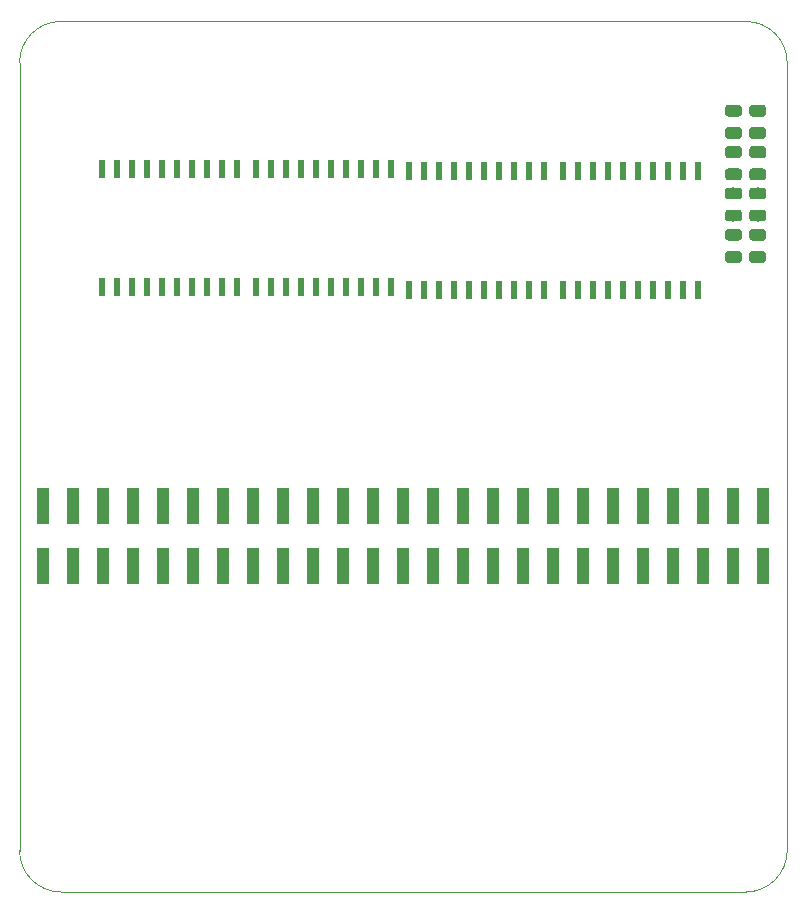
<source format=gbr>
%TF.GenerationSoftware,KiCad,Pcbnew,(5.1.4)-1*%
%TF.CreationDate,2020-08-14T14:12:09-05:00*%
%TF.ProjectId,rascsi_din,72617363-7369-45f6-9469-6e2e6b696361,rev?*%
%TF.SameCoordinates,Original*%
%TF.FileFunction,Paste,Top*%
%TF.FilePolarity,Positive*%
%FSLAX46Y46*%
G04 Gerber Fmt 4.6, Leading zero omitted, Abs format (unit mm)*
G04 Created by KiCad (PCBNEW (5.1.4)-1) date 2020-08-14 14:12:09*
%MOMM*%
%LPD*%
G04 APERTURE LIST*
%ADD10C,0.050000*%
%ADD11C,0.150000*%
%ADD12C,0.975000*%
%ADD13R,0.600000X1.500000*%
%ADD14R,1.000000X3.150000*%
G04 APERTURE END LIST*
D10*
X178000000Y-116200000D02*
X236000000Y-116200000D01*
X178000000Y-116200000D02*
G75*
G02X174500000Y-112700000I0J3500000D01*
G01*
X239500000Y-112700000D02*
G75*
G02X236000000Y-116200000I-3500000J0D01*
G01*
X174500000Y-46000000D02*
X174500000Y-112700000D01*
X239500000Y-46000000D02*
X239500000Y-112700000D01*
X178000000Y-42500000D02*
X236000000Y-42500000D01*
X174500000Y-46000000D02*
G75*
G02X178000000Y-42500000I3500000J0D01*
G01*
X236000000Y-42500000D02*
G75*
G02X239500000Y-46000000I0J-3500000D01*
G01*
D11*
%TO.C,R4*%
G36*
X235430142Y-58451174D02*
G01*
X235453803Y-58454684D01*
X235477007Y-58460496D01*
X235499529Y-58468554D01*
X235521153Y-58478782D01*
X235541670Y-58491079D01*
X235560883Y-58505329D01*
X235578607Y-58521393D01*
X235594671Y-58539117D01*
X235608921Y-58558330D01*
X235621218Y-58578847D01*
X235631446Y-58600471D01*
X235639504Y-58622993D01*
X235645316Y-58646197D01*
X235648826Y-58669858D01*
X235650000Y-58693750D01*
X235650000Y-59181250D01*
X235648826Y-59205142D01*
X235645316Y-59228803D01*
X235639504Y-59252007D01*
X235631446Y-59274529D01*
X235621218Y-59296153D01*
X235608921Y-59316670D01*
X235594671Y-59335883D01*
X235578607Y-59353607D01*
X235560883Y-59369671D01*
X235541670Y-59383921D01*
X235521153Y-59396218D01*
X235499529Y-59406446D01*
X235477007Y-59414504D01*
X235453803Y-59420316D01*
X235430142Y-59423826D01*
X235406250Y-59425000D01*
X234493750Y-59425000D01*
X234469858Y-59423826D01*
X234446197Y-59420316D01*
X234422993Y-59414504D01*
X234400471Y-59406446D01*
X234378847Y-59396218D01*
X234358330Y-59383921D01*
X234339117Y-59369671D01*
X234321393Y-59353607D01*
X234305329Y-59335883D01*
X234291079Y-59316670D01*
X234278782Y-59296153D01*
X234268554Y-59274529D01*
X234260496Y-59252007D01*
X234254684Y-59228803D01*
X234251174Y-59205142D01*
X234250000Y-59181250D01*
X234250000Y-58693750D01*
X234251174Y-58669858D01*
X234254684Y-58646197D01*
X234260496Y-58622993D01*
X234268554Y-58600471D01*
X234278782Y-58578847D01*
X234291079Y-58558330D01*
X234305329Y-58539117D01*
X234321393Y-58521393D01*
X234339117Y-58505329D01*
X234358330Y-58491079D01*
X234378847Y-58478782D01*
X234400471Y-58468554D01*
X234422993Y-58460496D01*
X234446197Y-58454684D01*
X234469858Y-58451174D01*
X234493750Y-58450000D01*
X235406250Y-58450000D01*
X235430142Y-58451174D01*
X235430142Y-58451174D01*
G37*
D12*
X234950000Y-58937500D03*
D11*
G36*
X235430142Y-56576174D02*
G01*
X235453803Y-56579684D01*
X235477007Y-56585496D01*
X235499529Y-56593554D01*
X235521153Y-56603782D01*
X235541670Y-56616079D01*
X235560883Y-56630329D01*
X235578607Y-56646393D01*
X235594671Y-56664117D01*
X235608921Y-56683330D01*
X235621218Y-56703847D01*
X235631446Y-56725471D01*
X235639504Y-56747993D01*
X235645316Y-56771197D01*
X235648826Y-56794858D01*
X235650000Y-56818750D01*
X235650000Y-57306250D01*
X235648826Y-57330142D01*
X235645316Y-57353803D01*
X235639504Y-57377007D01*
X235631446Y-57399529D01*
X235621218Y-57421153D01*
X235608921Y-57441670D01*
X235594671Y-57460883D01*
X235578607Y-57478607D01*
X235560883Y-57494671D01*
X235541670Y-57508921D01*
X235521153Y-57521218D01*
X235499529Y-57531446D01*
X235477007Y-57539504D01*
X235453803Y-57545316D01*
X235430142Y-57548826D01*
X235406250Y-57550000D01*
X234493750Y-57550000D01*
X234469858Y-57548826D01*
X234446197Y-57545316D01*
X234422993Y-57539504D01*
X234400471Y-57531446D01*
X234378847Y-57521218D01*
X234358330Y-57508921D01*
X234339117Y-57494671D01*
X234321393Y-57478607D01*
X234305329Y-57460883D01*
X234291079Y-57441670D01*
X234278782Y-57421153D01*
X234268554Y-57399529D01*
X234260496Y-57377007D01*
X234254684Y-57353803D01*
X234251174Y-57330142D01*
X234250000Y-57306250D01*
X234250000Y-56818750D01*
X234251174Y-56794858D01*
X234254684Y-56771197D01*
X234260496Y-56747993D01*
X234268554Y-56725471D01*
X234278782Y-56703847D01*
X234291079Y-56683330D01*
X234305329Y-56664117D01*
X234321393Y-56646393D01*
X234339117Y-56630329D01*
X234358330Y-56616079D01*
X234378847Y-56603782D01*
X234400471Y-56593554D01*
X234422993Y-56585496D01*
X234446197Y-56579684D01*
X234469858Y-56576174D01*
X234493750Y-56575000D01*
X235406250Y-56575000D01*
X235430142Y-56576174D01*
X235430142Y-56576174D01*
G37*
D12*
X234950000Y-57062500D03*
%TD*%
D11*
%TO.C,R3*%
G36*
X235430142Y-61951174D02*
G01*
X235453803Y-61954684D01*
X235477007Y-61960496D01*
X235499529Y-61968554D01*
X235521153Y-61978782D01*
X235541670Y-61991079D01*
X235560883Y-62005329D01*
X235578607Y-62021393D01*
X235594671Y-62039117D01*
X235608921Y-62058330D01*
X235621218Y-62078847D01*
X235631446Y-62100471D01*
X235639504Y-62122993D01*
X235645316Y-62146197D01*
X235648826Y-62169858D01*
X235650000Y-62193750D01*
X235650000Y-62681250D01*
X235648826Y-62705142D01*
X235645316Y-62728803D01*
X235639504Y-62752007D01*
X235631446Y-62774529D01*
X235621218Y-62796153D01*
X235608921Y-62816670D01*
X235594671Y-62835883D01*
X235578607Y-62853607D01*
X235560883Y-62869671D01*
X235541670Y-62883921D01*
X235521153Y-62896218D01*
X235499529Y-62906446D01*
X235477007Y-62914504D01*
X235453803Y-62920316D01*
X235430142Y-62923826D01*
X235406250Y-62925000D01*
X234493750Y-62925000D01*
X234469858Y-62923826D01*
X234446197Y-62920316D01*
X234422993Y-62914504D01*
X234400471Y-62906446D01*
X234378847Y-62896218D01*
X234358330Y-62883921D01*
X234339117Y-62869671D01*
X234321393Y-62853607D01*
X234305329Y-62835883D01*
X234291079Y-62816670D01*
X234278782Y-62796153D01*
X234268554Y-62774529D01*
X234260496Y-62752007D01*
X234254684Y-62728803D01*
X234251174Y-62705142D01*
X234250000Y-62681250D01*
X234250000Y-62193750D01*
X234251174Y-62169858D01*
X234254684Y-62146197D01*
X234260496Y-62122993D01*
X234268554Y-62100471D01*
X234278782Y-62078847D01*
X234291079Y-62058330D01*
X234305329Y-62039117D01*
X234321393Y-62021393D01*
X234339117Y-62005329D01*
X234358330Y-61991079D01*
X234378847Y-61978782D01*
X234400471Y-61968554D01*
X234422993Y-61960496D01*
X234446197Y-61954684D01*
X234469858Y-61951174D01*
X234493750Y-61950000D01*
X235406250Y-61950000D01*
X235430142Y-61951174D01*
X235430142Y-61951174D01*
G37*
D12*
X234950000Y-62437500D03*
D11*
G36*
X235430142Y-60076174D02*
G01*
X235453803Y-60079684D01*
X235477007Y-60085496D01*
X235499529Y-60093554D01*
X235521153Y-60103782D01*
X235541670Y-60116079D01*
X235560883Y-60130329D01*
X235578607Y-60146393D01*
X235594671Y-60164117D01*
X235608921Y-60183330D01*
X235621218Y-60203847D01*
X235631446Y-60225471D01*
X235639504Y-60247993D01*
X235645316Y-60271197D01*
X235648826Y-60294858D01*
X235650000Y-60318750D01*
X235650000Y-60806250D01*
X235648826Y-60830142D01*
X235645316Y-60853803D01*
X235639504Y-60877007D01*
X235631446Y-60899529D01*
X235621218Y-60921153D01*
X235608921Y-60941670D01*
X235594671Y-60960883D01*
X235578607Y-60978607D01*
X235560883Y-60994671D01*
X235541670Y-61008921D01*
X235521153Y-61021218D01*
X235499529Y-61031446D01*
X235477007Y-61039504D01*
X235453803Y-61045316D01*
X235430142Y-61048826D01*
X235406250Y-61050000D01*
X234493750Y-61050000D01*
X234469858Y-61048826D01*
X234446197Y-61045316D01*
X234422993Y-61039504D01*
X234400471Y-61031446D01*
X234378847Y-61021218D01*
X234358330Y-61008921D01*
X234339117Y-60994671D01*
X234321393Y-60978607D01*
X234305329Y-60960883D01*
X234291079Y-60941670D01*
X234278782Y-60921153D01*
X234268554Y-60899529D01*
X234260496Y-60877007D01*
X234254684Y-60853803D01*
X234251174Y-60830142D01*
X234250000Y-60806250D01*
X234250000Y-60318750D01*
X234251174Y-60294858D01*
X234254684Y-60271197D01*
X234260496Y-60247993D01*
X234268554Y-60225471D01*
X234278782Y-60203847D01*
X234291079Y-60183330D01*
X234305329Y-60164117D01*
X234321393Y-60146393D01*
X234339117Y-60130329D01*
X234358330Y-60116079D01*
X234378847Y-60103782D01*
X234400471Y-60093554D01*
X234422993Y-60085496D01*
X234446197Y-60079684D01*
X234469858Y-60076174D01*
X234493750Y-60075000D01*
X235406250Y-60075000D01*
X235430142Y-60076174D01*
X235430142Y-60076174D01*
G37*
D12*
X234950000Y-60562500D03*
%TD*%
D11*
%TO.C,R2*%
G36*
X235430142Y-51451174D02*
G01*
X235453803Y-51454684D01*
X235477007Y-51460496D01*
X235499529Y-51468554D01*
X235521153Y-51478782D01*
X235541670Y-51491079D01*
X235560883Y-51505329D01*
X235578607Y-51521393D01*
X235594671Y-51539117D01*
X235608921Y-51558330D01*
X235621218Y-51578847D01*
X235631446Y-51600471D01*
X235639504Y-51622993D01*
X235645316Y-51646197D01*
X235648826Y-51669858D01*
X235650000Y-51693750D01*
X235650000Y-52181250D01*
X235648826Y-52205142D01*
X235645316Y-52228803D01*
X235639504Y-52252007D01*
X235631446Y-52274529D01*
X235621218Y-52296153D01*
X235608921Y-52316670D01*
X235594671Y-52335883D01*
X235578607Y-52353607D01*
X235560883Y-52369671D01*
X235541670Y-52383921D01*
X235521153Y-52396218D01*
X235499529Y-52406446D01*
X235477007Y-52414504D01*
X235453803Y-52420316D01*
X235430142Y-52423826D01*
X235406250Y-52425000D01*
X234493750Y-52425000D01*
X234469858Y-52423826D01*
X234446197Y-52420316D01*
X234422993Y-52414504D01*
X234400471Y-52406446D01*
X234378847Y-52396218D01*
X234358330Y-52383921D01*
X234339117Y-52369671D01*
X234321393Y-52353607D01*
X234305329Y-52335883D01*
X234291079Y-52316670D01*
X234278782Y-52296153D01*
X234268554Y-52274529D01*
X234260496Y-52252007D01*
X234254684Y-52228803D01*
X234251174Y-52205142D01*
X234250000Y-52181250D01*
X234250000Y-51693750D01*
X234251174Y-51669858D01*
X234254684Y-51646197D01*
X234260496Y-51622993D01*
X234268554Y-51600471D01*
X234278782Y-51578847D01*
X234291079Y-51558330D01*
X234305329Y-51539117D01*
X234321393Y-51521393D01*
X234339117Y-51505329D01*
X234358330Y-51491079D01*
X234378847Y-51478782D01*
X234400471Y-51468554D01*
X234422993Y-51460496D01*
X234446197Y-51454684D01*
X234469858Y-51451174D01*
X234493750Y-51450000D01*
X235406250Y-51450000D01*
X235430142Y-51451174D01*
X235430142Y-51451174D01*
G37*
D12*
X234950000Y-51937500D03*
D11*
G36*
X235430142Y-49576174D02*
G01*
X235453803Y-49579684D01*
X235477007Y-49585496D01*
X235499529Y-49593554D01*
X235521153Y-49603782D01*
X235541670Y-49616079D01*
X235560883Y-49630329D01*
X235578607Y-49646393D01*
X235594671Y-49664117D01*
X235608921Y-49683330D01*
X235621218Y-49703847D01*
X235631446Y-49725471D01*
X235639504Y-49747993D01*
X235645316Y-49771197D01*
X235648826Y-49794858D01*
X235650000Y-49818750D01*
X235650000Y-50306250D01*
X235648826Y-50330142D01*
X235645316Y-50353803D01*
X235639504Y-50377007D01*
X235631446Y-50399529D01*
X235621218Y-50421153D01*
X235608921Y-50441670D01*
X235594671Y-50460883D01*
X235578607Y-50478607D01*
X235560883Y-50494671D01*
X235541670Y-50508921D01*
X235521153Y-50521218D01*
X235499529Y-50531446D01*
X235477007Y-50539504D01*
X235453803Y-50545316D01*
X235430142Y-50548826D01*
X235406250Y-50550000D01*
X234493750Y-50550000D01*
X234469858Y-50548826D01*
X234446197Y-50545316D01*
X234422993Y-50539504D01*
X234400471Y-50531446D01*
X234378847Y-50521218D01*
X234358330Y-50508921D01*
X234339117Y-50494671D01*
X234321393Y-50478607D01*
X234305329Y-50460883D01*
X234291079Y-50441670D01*
X234278782Y-50421153D01*
X234268554Y-50399529D01*
X234260496Y-50377007D01*
X234254684Y-50353803D01*
X234251174Y-50330142D01*
X234250000Y-50306250D01*
X234250000Y-49818750D01*
X234251174Y-49794858D01*
X234254684Y-49771197D01*
X234260496Y-49747993D01*
X234268554Y-49725471D01*
X234278782Y-49703847D01*
X234291079Y-49683330D01*
X234305329Y-49664117D01*
X234321393Y-49646393D01*
X234339117Y-49630329D01*
X234358330Y-49616079D01*
X234378847Y-49603782D01*
X234400471Y-49593554D01*
X234422993Y-49585496D01*
X234446197Y-49579684D01*
X234469858Y-49576174D01*
X234493750Y-49575000D01*
X235406250Y-49575000D01*
X235430142Y-49576174D01*
X235430142Y-49576174D01*
G37*
D12*
X234950000Y-50062500D03*
%TD*%
D11*
%TO.C,R1*%
G36*
X235430142Y-54951174D02*
G01*
X235453803Y-54954684D01*
X235477007Y-54960496D01*
X235499529Y-54968554D01*
X235521153Y-54978782D01*
X235541670Y-54991079D01*
X235560883Y-55005329D01*
X235578607Y-55021393D01*
X235594671Y-55039117D01*
X235608921Y-55058330D01*
X235621218Y-55078847D01*
X235631446Y-55100471D01*
X235639504Y-55122993D01*
X235645316Y-55146197D01*
X235648826Y-55169858D01*
X235650000Y-55193750D01*
X235650000Y-55681250D01*
X235648826Y-55705142D01*
X235645316Y-55728803D01*
X235639504Y-55752007D01*
X235631446Y-55774529D01*
X235621218Y-55796153D01*
X235608921Y-55816670D01*
X235594671Y-55835883D01*
X235578607Y-55853607D01*
X235560883Y-55869671D01*
X235541670Y-55883921D01*
X235521153Y-55896218D01*
X235499529Y-55906446D01*
X235477007Y-55914504D01*
X235453803Y-55920316D01*
X235430142Y-55923826D01*
X235406250Y-55925000D01*
X234493750Y-55925000D01*
X234469858Y-55923826D01*
X234446197Y-55920316D01*
X234422993Y-55914504D01*
X234400471Y-55906446D01*
X234378847Y-55896218D01*
X234358330Y-55883921D01*
X234339117Y-55869671D01*
X234321393Y-55853607D01*
X234305329Y-55835883D01*
X234291079Y-55816670D01*
X234278782Y-55796153D01*
X234268554Y-55774529D01*
X234260496Y-55752007D01*
X234254684Y-55728803D01*
X234251174Y-55705142D01*
X234250000Y-55681250D01*
X234250000Y-55193750D01*
X234251174Y-55169858D01*
X234254684Y-55146197D01*
X234260496Y-55122993D01*
X234268554Y-55100471D01*
X234278782Y-55078847D01*
X234291079Y-55058330D01*
X234305329Y-55039117D01*
X234321393Y-55021393D01*
X234339117Y-55005329D01*
X234358330Y-54991079D01*
X234378847Y-54978782D01*
X234400471Y-54968554D01*
X234422993Y-54960496D01*
X234446197Y-54954684D01*
X234469858Y-54951174D01*
X234493750Y-54950000D01*
X235406250Y-54950000D01*
X235430142Y-54951174D01*
X235430142Y-54951174D01*
G37*
D12*
X234950000Y-55437500D03*
D11*
G36*
X235430142Y-53076174D02*
G01*
X235453803Y-53079684D01*
X235477007Y-53085496D01*
X235499529Y-53093554D01*
X235521153Y-53103782D01*
X235541670Y-53116079D01*
X235560883Y-53130329D01*
X235578607Y-53146393D01*
X235594671Y-53164117D01*
X235608921Y-53183330D01*
X235621218Y-53203847D01*
X235631446Y-53225471D01*
X235639504Y-53247993D01*
X235645316Y-53271197D01*
X235648826Y-53294858D01*
X235650000Y-53318750D01*
X235650000Y-53806250D01*
X235648826Y-53830142D01*
X235645316Y-53853803D01*
X235639504Y-53877007D01*
X235631446Y-53899529D01*
X235621218Y-53921153D01*
X235608921Y-53941670D01*
X235594671Y-53960883D01*
X235578607Y-53978607D01*
X235560883Y-53994671D01*
X235541670Y-54008921D01*
X235521153Y-54021218D01*
X235499529Y-54031446D01*
X235477007Y-54039504D01*
X235453803Y-54045316D01*
X235430142Y-54048826D01*
X235406250Y-54050000D01*
X234493750Y-54050000D01*
X234469858Y-54048826D01*
X234446197Y-54045316D01*
X234422993Y-54039504D01*
X234400471Y-54031446D01*
X234378847Y-54021218D01*
X234358330Y-54008921D01*
X234339117Y-53994671D01*
X234321393Y-53978607D01*
X234305329Y-53960883D01*
X234291079Y-53941670D01*
X234278782Y-53921153D01*
X234268554Y-53899529D01*
X234260496Y-53877007D01*
X234254684Y-53853803D01*
X234251174Y-53830142D01*
X234250000Y-53806250D01*
X234250000Y-53318750D01*
X234251174Y-53294858D01*
X234254684Y-53271197D01*
X234260496Y-53247993D01*
X234268554Y-53225471D01*
X234278782Y-53203847D01*
X234291079Y-53183330D01*
X234305329Y-53164117D01*
X234321393Y-53146393D01*
X234339117Y-53130329D01*
X234358330Y-53116079D01*
X234378847Y-53103782D01*
X234400471Y-53093554D01*
X234422993Y-53085496D01*
X234446197Y-53079684D01*
X234469858Y-53076174D01*
X234493750Y-53075000D01*
X235406250Y-53075000D01*
X235430142Y-53076174D01*
X235430142Y-53076174D01*
G37*
D12*
X234950000Y-53562500D03*
%TD*%
D11*
%TO.C,D5*%
G36*
X237480142Y-56576174D02*
G01*
X237503803Y-56579684D01*
X237527007Y-56585496D01*
X237549529Y-56593554D01*
X237571153Y-56603782D01*
X237591670Y-56616079D01*
X237610883Y-56630329D01*
X237628607Y-56646393D01*
X237644671Y-56664117D01*
X237658921Y-56683330D01*
X237671218Y-56703847D01*
X237681446Y-56725471D01*
X237689504Y-56747993D01*
X237695316Y-56771197D01*
X237698826Y-56794858D01*
X237700000Y-56818750D01*
X237700000Y-57306250D01*
X237698826Y-57330142D01*
X237695316Y-57353803D01*
X237689504Y-57377007D01*
X237681446Y-57399529D01*
X237671218Y-57421153D01*
X237658921Y-57441670D01*
X237644671Y-57460883D01*
X237628607Y-57478607D01*
X237610883Y-57494671D01*
X237591670Y-57508921D01*
X237571153Y-57521218D01*
X237549529Y-57531446D01*
X237527007Y-57539504D01*
X237503803Y-57545316D01*
X237480142Y-57548826D01*
X237456250Y-57550000D01*
X236543750Y-57550000D01*
X236519858Y-57548826D01*
X236496197Y-57545316D01*
X236472993Y-57539504D01*
X236450471Y-57531446D01*
X236428847Y-57521218D01*
X236408330Y-57508921D01*
X236389117Y-57494671D01*
X236371393Y-57478607D01*
X236355329Y-57460883D01*
X236341079Y-57441670D01*
X236328782Y-57421153D01*
X236318554Y-57399529D01*
X236310496Y-57377007D01*
X236304684Y-57353803D01*
X236301174Y-57330142D01*
X236300000Y-57306250D01*
X236300000Y-56818750D01*
X236301174Y-56794858D01*
X236304684Y-56771197D01*
X236310496Y-56747993D01*
X236318554Y-56725471D01*
X236328782Y-56703847D01*
X236341079Y-56683330D01*
X236355329Y-56664117D01*
X236371393Y-56646393D01*
X236389117Y-56630329D01*
X236408330Y-56616079D01*
X236428847Y-56603782D01*
X236450471Y-56593554D01*
X236472993Y-56585496D01*
X236496197Y-56579684D01*
X236519858Y-56576174D01*
X236543750Y-56575000D01*
X237456250Y-56575000D01*
X237480142Y-56576174D01*
X237480142Y-56576174D01*
G37*
D12*
X237000000Y-57062500D03*
D11*
G36*
X237480142Y-58451174D02*
G01*
X237503803Y-58454684D01*
X237527007Y-58460496D01*
X237549529Y-58468554D01*
X237571153Y-58478782D01*
X237591670Y-58491079D01*
X237610883Y-58505329D01*
X237628607Y-58521393D01*
X237644671Y-58539117D01*
X237658921Y-58558330D01*
X237671218Y-58578847D01*
X237681446Y-58600471D01*
X237689504Y-58622993D01*
X237695316Y-58646197D01*
X237698826Y-58669858D01*
X237700000Y-58693750D01*
X237700000Y-59181250D01*
X237698826Y-59205142D01*
X237695316Y-59228803D01*
X237689504Y-59252007D01*
X237681446Y-59274529D01*
X237671218Y-59296153D01*
X237658921Y-59316670D01*
X237644671Y-59335883D01*
X237628607Y-59353607D01*
X237610883Y-59369671D01*
X237591670Y-59383921D01*
X237571153Y-59396218D01*
X237549529Y-59406446D01*
X237527007Y-59414504D01*
X237503803Y-59420316D01*
X237480142Y-59423826D01*
X237456250Y-59425000D01*
X236543750Y-59425000D01*
X236519858Y-59423826D01*
X236496197Y-59420316D01*
X236472993Y-59414504D01*
X236450471Y-59406446D01*
X236428847Y-59396218D01*
X236408330Y-59383921D01*
X236389117Y-59369671D01*
X236371393Y-59353607D01*
X236355329Y-59335883D01*
X236341079Y-59316670D01*
X236328782Y-59296153D01*
X236318554Y-59274529D01*
X236310496Y-59252007D01*
X236304684Y-59228803D01*
X236301174Y-59205142D01*
X236300000Y-59181250D01*
X236300000Y-58693750D01*
X236301174Y-58669858D01*
X236304684Y-58646197D01*
X236310496Y-58622993D01*
X236318554Y-58600471D01*
X236328782Y-58578847D01*
X236341079Y-58558330D01*
X236355329Y-58539117D01*
X236371393Y-58521393D01*
X236389117Y-58505329D01*
X236408330Y-58491079D01*
X236428847Y-58478782D01*
X236450471Y-58468554D01*
X236472993Y-58460496D01*
X236496197Y-58454684D01*
X236519858Y-58451174D01*
X236543750Y-58450000D01*
X237456250Y-58450000D01*
X237480142Y-58451174D01*
X237480142Y-58451174D01*
G37*
D12*
X237000000Y-58937500D03*
%TD*%
D11*
%TO.C,D4*%
G36*
X237480142Y-60076174D02*
G01*
X237503803Y-60079684D01*
X237527007Y-60085496D01*
X237549529Y-60093554D01*
X237571153Y-60103782D01*
X237591670Y-60116079D01*
X237610883Y-60130329D01*
X237628607Y-60146393D01*
X237644671Y-60164117D01*
X237658921Y-60183330D01*
X237671218Y-60203847D01*
X237681446Y-60225471D01*
X237689504Y-60247993D01*
X237695316Y-60271197D01*
X237698826Y-60294858D01*
X237700000Y-60318750D01*
X237700000Y-60806250D01*
X237698826Y-60830142D01*
X237695316Y-60853803D01*
X237689504Y-60877007D01*
X237681446Y-60899529D01*
X237671218Y-60921153D01*
X237658921Y-60941670D01*
X237644671Y-60960883D01*
X237628607Y-60978607D01*
X237610883Y-60994671D01*
X237591670Y-61008921D01*
X237571153Y-61021218D01*
X237549529Y-61031446D01*
X237527007Y-61039504D01*
X237503803Y-61045316D01*
X237480142Y-61048826D01*
X237456250Y-61050000D01*
X236543750Y-61050000D01*
X236519858Y-61048826D01*
X236496197Y-61045316D01*
X236472993Y-61039504D01*
X236450471Y-61031446D01*
X236428847Y-61021218D01*
X236408330Y-61008921D01*
X236389117Y-60994671D01*
X236371393Y-60978607D01*
X236355329Y-60960883D01*
X236341079Y-60941670D01*
X236328782Y-60921153D01*
X236318554Y-60899529D01*
X236310496Y-60877007D01*
X236304684Y-60853803D01*
X236301174Y-60830142D01*
X236300000Y-60806250D01*
X236300000Y-60318750D01*
X236301174Y-60294858D01*
X236304684Y-60271197D01*
X236310496Y-60247993D01*
X236318554Y-60225471D01*
X236328782Y-60203847D01*
X236341079Y-60183330D01*
X236355329Y-60164117D01*
X236371393Y-60146393D01*
X236389117Y-60130329D01*
X236408330Y-60116079D01*
X236428847Y-60103782D01*
X236450471Y-60093554D01*
X236472993Y-60085496D01*
X236496197Y-60079684D01*
X236519858Y-60076174D01*
X236543750Y-60075000D01*
X237456250Y-60075000D01*
X237480142Y-60076174D01*
X237480142Y-60076174D01*
G37*
D12*
X237000000Y-60562500D03*
D11*
G36*
X237480142Y-61951174D02*
G01*
X237503803Y-61954684D01*
X237527007Y-61960496D01*
X237549529Y-61968554D01*
X237571153Y-61978782D01*
X237591670Y-61991079D01*
X237610883Y-62005329D01*
X237628607Y-62021393D01*
X237644671Y-62039117D01*
X237658921Y-62058330D01*
X237671218Y-62078847D01*
X237681446Y-62100471D01*
X237689504Y-62122993D01*
X237695316Y-62146197D01*
X237698826Y-62169858D01*
X237700000Y-62193750D01*
X237700000Y-62681250D01*
X237698826Y-62705142D01*
X237695316Y-62728803D01*
X237689504Y-62752007D01*
X237681446Y-62774529D01*
X237671218Y-62796153D01*
X237658921Y-62816670D01*
X237644671Y-62835883D01*
X237628607Y-62853607D01*
X237610883Y-62869671D01*
X237591670Y-62883921D01*
X237571153Y-62896218D01*
X237549529Y-62906446D01*
X237527007Y-62914504D01*
X237503803Y-62920316D01*
X237480142Y-62923826D01*
X237456250Y-62925000D01*
X236543750Y-62925000D01*
X236519858Y-62923826D01*
X236496197Y-62920316D01*
X236472993Y-62914504D01*
X236450471Y-62906446D01*
X236428847Y-62896218D01*
X236408330Y-62883921D01*
X236389117Y-62869671D01*
X236371393Y-62853607D01*
X236355329Y-62835883D01*
X236341079Y-62816670D01*
X236328782Y-62796153D01*
X236318554Y-62774529D01*
X236310496Y-62752007D01*
X236304684Y-62728803D01*
X236301174Y-62705142D01*
X236300000Y-62681250D01*
X236300000Y-62193750D01*
X236301174Y-62169858D01*
X236304684Y-62146197D01*
X236310496Y-62122993D01*
X236318554Y-62100471D01*
X236328782Y-62078847D01*
X236341079Y-62058330D01*
X236355329Y-62039117D01*
X236371393Y-62021393D01*
X236389117Y-62005329D01*
X236408330Y-61991079D01*
X236428847Y-61978782D01*
X236450471Y-61968554D01*
X236472993Y-61960496D01*
X236496197Y-61954684D01*
X236519858Y-61951174D01*
X236543750Y-61950000D01*
X237456250Y-61950000D01*
X237480142Y-61951174D01*
X237480142Y-61951174D01*
G37*
D12*
X237000000Y-62437500D03*
%TD*%
D11*
%TO.C,D3*%
G36*
X237480142Y-49576174D02*
G01*
X237503803Y-49579684D01*
X237527007Y-49585496D01*
X237549529Y-49593554D01*
X237571153Y-49603782D01*
X237591670Y-49616079D01*
X237610883Y-49630329D01*
X237628607Y-49646393D01*
X237644671Y-49664117D01*
X237658921Y-49683330D01*
X237671218Y-49703847D01*
X237681446Y-49725471D01*
X237689504Y-49747993D01*
X237695316Y-49771197D01*
X237698826Y-49794858D01*
X237700000Y-49818750D01*
X237700000Y-50306250D01*
X237698826Y-50330142D01*
X237695316Y-50353803D01*
X237689504Y-50377007D01*
X237681446Y-50399529D01*
X237671218Y-50421153D01*
X237658921Y-50441670D01*
X237644671Y-50460883D01*
X237628607Y-50478607D01*
X237610883Y-50494671D01*
X237591670Y-50508921D01*
X237571153Y-50521218D01*
X237549529Y-50531446D01*
X237527007Y-50539504D01*
X237503803Y-50545316D01*
X237480142Y-50548826D01*
X237456250Y-50550000D01*
X236543750Y-50550000D01*
X236519858Y-50548826D01*
X236496197Y-50545316D01*
X236472993Y-50539504D01*
X236450471Y-50531446D01*
X236428847Y-50521218D01*
X236408330Y-50508921D01*
X236389117Y-50494671D01*
X236371393Y-50478607D01*
X236355329Y-50460883D01*
X236341079Y-50441670D01*
X236328782Y-50421153D01*
X236318554Y-50399529D01*
X236310496Y-50377007D01*
X236304684Y-50353803D01*
X236301174Y-50330142D01*
X236300000Y-50306250D01*
X236300000Y-49818750D01*
X236301174Y-49794858D01*
X236304684Y-49771197D01*
X236310496Y-49747993D01*
X236318554Y-49725471D01*
X236328782Y-49703847D01*
X236341079Y-49683330D01*
X236355329Y-49664117D01*
X236371393Y-49646393D01*
X236389117Y-49630329D01*
X236408330Y-49616079D01*
X236428847Y-49603782D01*
X236450471Y-49593554D01*
X236472993Y-49585496D01*
X236496197Y-49579684D01*
X236519858Y-49576174D01*
X236543750Y-49575000D01*
X237456250Y-49575000D01*
X237480142Y-49576174D01*
X237480142Y-49576174D01*
G37*
D12*
X237000000Y-50062500D03*
D11*
G36*
X237480142Y-51451174D02*
G01*
X237503803Y-51454684D01*
X237527007Y-51460496D01*
X237549529Y-51468554D01*
X237571153Y-51478782D01*
X237591670Y-51491079D01*
X237610883Y-51505329D01*
X237628607Y-51521393D01*
X237644671Y-51539117D01*
X237658921Y-51558330D01*
X237671218Y-51578847D01*
X237681446Y-51600471D01*
X237689504Y-51622993D01*
X237695316Y-51646197D01*
X237698826Y-51669858D01*
X237700000Y-51693750D01*
X237700000Y-52181250D01*
X237698826Y-52205142D01*
X237695316Y-52228803D01*
X237689504Y-52252007D01*
X237681446Y-52274529D01*
X237671218Y-52296153D01*
X237658921Y-52316670D01*
X237644671Y-52335883D01*
X237628607Y-52353607D01*
X237610883Y-52369671D01*
X237591670Y-52383921D01*
X237571153Y-52396218D01*
X237549529Y-52406446D01*
X237527007Y-52414504D01*
X237503803Y-52420316D01*
X237480142Y-52423826D01*
X237456250Y-52425000D01*
X236543750Y-52425000D01*
X236519858Y-52423826D01*
X236496197Y-52420316D01*
X236472993Y-52414504D01*
X236450471Y-52406446D01*
X236428847Y-52396218D01*
X236408330Y-52383921D01*
X236389117Y-52369671D01*
X236371393Y-52353607D01*
X236355329Y-52335883D01*
X236341079Y-52316670D01*
X236328782Y-52296153D01*
X236318554Y-52274529D01*
X236310496Y-52252007D01*
X236304684Y-52228803D01*
X236301174Y-52205142D01*
X236300000Y-52181250D01*
X236300000Y-51693750D01*
X236301174Y-51669858D01*
X236304684Y-51646197D01*
X236310496Y-51622993D01*
X236318554Y-51600471D01*
X236328782Y-51578847D01*
X236341079Y-51558330D01*
X236355329Y-51539117D01*
X236371393Y-51521393D01*
X236389117Y-51505329D01*
X236408330Y-51491079D01*
X236428847Y-51478782D01*
X236450471Y-51468554D01*
X236472993Y-51460496D01*
X236496197Y-51454684D01*
X236519858Y-51451174D01*
X236543750Y-51450000D01*
X237456250Y-51450000D01*
X237480142Y-51451174D01*
X237480142Y-51451174D01*
G37*
D12*
X237000000Y-51937500D03*
%TD*%
D11*
%TO.C,D2*%
G36*
X237480142Y-53076174D02*
G01*
X237503803Y-53079684D01*
X237527007Y-53085496D01*
X237549529Y-53093554D01*
X237571153Y-53103782D01*
X237591670Y-53116079D01*
X237610883Y-53130329D01*
X237628607Y-53146393D01*
X237644671Y-53164117D01*
X237658921Y-53183330D01*
X237671218Y-53203847D01*
X237681446Y-53225471D01*
X237689504Y-53247993D01*
X237695316Y-53271197D01*
X237698826Y-53294858D01*
X237700000Y-53318750D01*
X237700000Y-53806250D01*
X237698826Y-53830142D01*
X237695316Y-53853803D01*
X237689504Y-53877007D01*
X237681446Y-53899529D01*
X237671218Y-53921153D01*
X237658921Y-53941670D01*
X237644671Y-53960883D01*
X237628607Y-53978607D01*
X237610883Y-53994671D01*
X237591670Y-54008921D01*
X237571153Y-54021218D01*
X237549529Y-54031446D01*
X237527007Y-54039504D01*
X237503803Y-54045316D01*
X237480142Y-54048826D01*
X237456250Y-54050000D01*
X236543750Y-54050000D01*
X236519858Y-54048826D01*
X236496197Y-54045316D01*
X236472993Y-54039504D01*
X236450471Y-54031446D01*
X236428847Y-54021218D01*
X236408330Y-54008921D01*
X236389117Y-53994671D01*
X236371393Y-53978607D01*
X236355329Y-53960883D01*
X236341079Y-53941670D01*
X236328782Y-53921153D01*
X236318554Y-53899529D01*
X236310496Y-53877007D01*
X236304684Y-53853803D01*
X236301174Y-53830142D01*
X236300000Y-53806250D01*
X236300000Y-53318750D01*
X236301174Y-53294858D01*
X236304684Y-53271197D01*
X236310496Y-53247993D01*
X236318554Y-53225471D01*
X236328782Y-53203847D01*
X236341079Y-53183330D01*
X236355329Y-53164117D01*
X236371393Y-53146393D01*
X236389117Y-53130329D01*
X236408330Y-53116079D01*
X236428847Y-53103782D01*
X236450471Y-53093554D01*
X236472993Y-53085496D01*
X236496197Y-53079684D01*
X236519858Y-53076174D01*
X236543750Y-53075000D01*
X237456250Y-53075000D01*
X237480142Y-53076174D01*
X237480142Y-53076174D01*
G37*
D12*
X237000000Y-53562500D03*
D11*
G36*
X237480142Y-54951174D02*
G01*
X237503803Y-54954684D01*
X237527007Y-54960496D01*
X237549529Y-54968554D01*
X237571153Y-54978782D01*
X237591670Y-54991079D01*
X237610883Y-55005329D01*
X237628607Y-55021393D01*
X237644671Y-55039117D01*
X237658921Y-55058330D01*
X237671218Y-55078847D01*
X237681446Y-55100471D01*
X237689504Y-55122993D01*
X237695316Y-55146197D01*
X237698826Y-55169858D01*
X237700000Y-55193750D01*
X237700000Y-55681250D01*
X237698826Y-55705142D01*
X237695316Y-55728803D01*
X237689504Y-55752007D01*
X237681446Y-55774529D01*
X237671218Y-55796153D01*
X237658921Y-55816670D01*
X237644671Y-55835883D01*
X237628607Y-55853607D01*
X237610883Y-55869671D01*
X237591670Y-55883921D01*
X237571153Y-55896218D01*
X237549529Y-55906446D01*
X237527007Y-55914504D01*
X237503803Y-55920316D01*
X237480142Y-55923826D01*
X237456250Y-55925000D01*
X236543750Y-55925000D01*
X236519858Y-55923826D01*
X236496197Y-55920316D01*
X236472993Y-55914504D01*
X236450471Y-55906446D01*
X236428847Y-55896218D01*
X236408330Y-55883921D01*
X236389117Y-55869671D01*
X236371393Y-55853607D01*
X236355329Y-55835883D01*
X236341079Y-55816670D01*
X236328782Y-55796153D01*
X236318554Y-55774529D01*
X236310496Y-55752007D01*
X236304684Y-55728803D01*
X236301174Y-55705142D01*
X236300000Y-55681250D01*
X236300000Y-55193750D01*
X236301174Y-55169858D01*
X236304684Y-55146197D01*
X236310496Y-55122993D01*
X236318554Y-55100471D01*
X236328782Y-55078847D01*
X236341079Y-55058330D01*
X236355329Y-55039117D01*
X236371393Y-55021393D01*
X236389117Y-55005329D01*
X236408330Y-54991079D01*
X236428847Y-54978782D01*
X236450471Y-54968554D01*
X236472993Y-54960496D01*
X236496197Y-54954684D01*
X236519858Y-54951174D01*
X236543750Y-54950000D01*
X237456250Y-54950000D01*
X237480142Y-54951174D01*
X237480142Y-54951174D01*
G37*
D12*
X237000000Y-55437500D03*
%TD*%
D13*
%TO.C,U4*%
X231915000Y-65200000D03*
X230645000Y-65200000D03*
X229375000Y-65200000D03*
X228105000Y-65200000D03*
X226835000Y-65200000D03*
X225565000Y-65200000D03*
X224295000Y-65200000D03*
X223025000Y-65200000D03*
X221755000Y-65200000D03*
X220485000Y-65200000D03*
X220485000Y-55200000D03*
X221755000Y-55200000D03*
X223025000Y-55200000D03*
X224295000Y-55200000D03*
X225565000Y-55200000D03*
X226835000Y-55200000D03*
X228105000Y-55200000D03*
X229375000Y-55200000D03*
X230645000Y-55200000D03*
X231915000Y-55200000D03*
%TD*%
%TO.C,U3*%
X218915000Y-65200000D03*
X217645000Y-65200000D03*
X216375000Y-65200000D03*
X215105000Y-65200000D03*
X213835000Y-65200000D03*
X212565000Y-65200000D03*
X211295000Y-65200000D03*
X210025000Y-65200000D03*
X208755000Y-65200000D03*
X207485000Y-65200000D03*
X207485000Y-55200000D03*
X208755000Y-55200000D03*
X210025000Y-55200000D03*
X211295000Y-55200000D03*
X212565000Y-55200000D03*
X213835000Y-55200000D03*
X215105000Y-55200000D03*
X216375000Y-55200000D03*
X217645000Y-55200000D03*
X218915000Y-55200000D03*
%TD*%
%TO.C,U2*%
X194485000Y-55000000D03*
X195755000Y-55000000D03*
X197025000Y-55000000D03*
X198295000Y-55000000D03*
X199565000Y-55000000D03*
X200835000Y-55000000D03*
X202105000Y-55000000D03*
X203375000Y-55000000D03*
X204645000Y-55000000D03*
X205915000Y-55000000D03*
X205915000Y-65000000D03*
X204645000Y-65000000D03*
X203375000Y-65000000D03*
X202105000Y-65000000D03*
X200835000Y-65000000D03*
X199565000Y-65000000D03*
X198295000Y-65000000D03*
X197025000Y-65000000D03*
X195755000Y-65000000D03*
X194485000Y-65000000D03*
%TD*%
%TO.C,U1*%
X181485000Y-55000000D03*
X182755000Y-55000000D03*
X184025000Y-55000000D03*
X185295000Y-55000000D03*
X186565000Y-55000000D03*
X187835000Y-55000000D03*
X189105000Y-55000000D03*
X190375000Y-55000000D03*
X191645000Y-55000000D03*
X192915000Y-55000000D03*
X192915000Y-65000000D03*
X191645000Y-65000000D03*
X190375000Y-65000000D03*
X189105000Y-65000000D03*
X187835000Y-65000000D03*
X186565000Y-65000000D03*
X185295000Y-65000000D03*
X184025000Y-65000000D03*
X182755000Y-65000000D03*
X181485000Y-65000000D03*
%TD*%
D14*
%TO.C,J3*%
X237470000Y-83530000D03*
X237470000Y-88580000D03*
X234930000Y-83530000D03*
X234930000Y-88580000D03*
X232390000Y-83530000D03*
X232390000Y-88580000D03*
X229850000Y-83530000D03*
X229850000Y-88580000D03*
X227310000Y-83530000D03*
X227310000Y-88580000D03*
X224770000Y-83530000D03*
X224770000Y-88580000D03*
X222230000Y-83530000D03*
X222230000Y-88580000D03*
X219690000Y-83530000D03*
X219690000Y-88580000D03*
X217150000Y-83530000D03*
X217150000Y-88580000D03*
X214610000Y-83530000D03*
X214610000Y-88580000D03*
X212070000Y-83530000D03*
X212070000Y-88580000D03*
X209530000Y-83530000D03*
X209530000Y-88580000D03*
X206990000Y-83530000D03*
X206990000Y-88580000D03*
X204450000Y-83530000D03*
X204450000Y-88580000D03*
X201910000Y-83530000D03*
X201910000Y-88580000D03*
X199370000Y-83530000D03*
X199370000Y-88580000D03*
X196830000Y-83530000D03*
X196830000Y-88580000D03*
X194290000Y-83530000D03*
X194290000Y-88580000D03*
X191750000Y-83530000D03*
X191750000Y-88580000D03*
X189210000Y-83530000D03*
X189210000Y-88580000D03*
X186670000Y-83530000D03*
X186670000Y-88580000D03*
X184130000Y-83530000D03*
X184130000Y-88580000D03*
X181590000Y-83530000D03*
X181590000Y-88580000D03*
X179050000Y-83530000D03*
X179050000Y-88580000D03*
X176510000Y-83530000D03*
X176510000Y-88580000D03*
%TD*%
M02*

</source>
